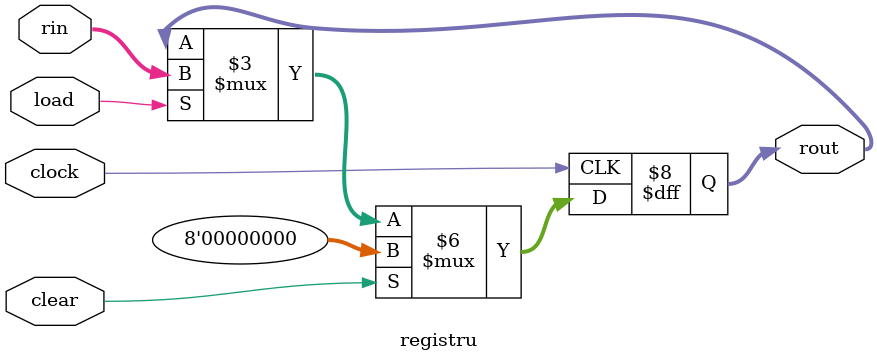
<source format=v>
`timescale 1ns / 1ps
/*module registru(in,out,clear,clk);

	input [7:0] in;
	input clear,clk;
	output [7:0] out;
	reg [7:0] out;
	
	always@(posedge clk) begin
		if(~clear) begin
			out <= 8'b00000000;
		end
		else begin
			out <= in;
		end
	end


endmodule
*/
module registru( rin,rout, clear, load, clock);
	parameter Width = 8;
	output [Width-1:0] rout;
	reg [Width-1:0] rout=0;
	input [Width-1:0] rin;
	input clear,  clock, load;
	always @ (posedge clock)
	if (clear)
	rout <= 0;
	else if (load)
	rout <= rin;
endmodule

</source>
